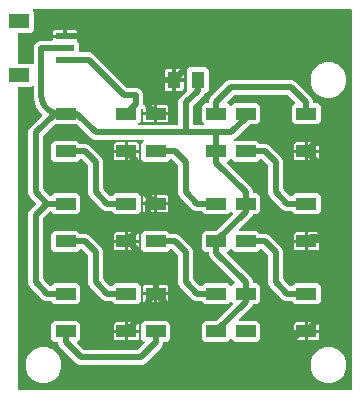
<source format=gbr>
G04 EAGLE Gerber RS-274X export*
G75*
%MOMM*%
%FSLAX34Y34*%
%LPD*%
%INTop Copper*%
%IPPOS*%
%AMOC8*
5,1,8,0,0,1.08239X$1,22.5*%
G01*
%ADD10R,1.651000X1.000000*%
%ADD11R,1.100000X1.400000*%
%ADD12R,1.550000X0.600000*%
%ADD13R,1.800000X1.200000*%
%ADD14C,0.508000*%

G36*
X292120Y10164D02*
X292120Y10164D01*
X292139Y10162D01*
X292241Y10184D01*
X292343Y10200D01*
X292360Y10210D01*
X292380Y10214D01*
X292469Y10267D01*
X292560Y10316D01*
X292574Y10330D01*
X292591Y10340D01*
X292658Y10419D01*
X292730Y10494D01*
X292738Y10512D01*
X292751Y10527D01*
X292790Y10623D01*
X292833Y10717D01*
X292835Y10737D01*
X292843Y10755D01*
X292861Y10922D01*
X292861Y332100D01*
X292858Y332120D01*
X292860Y332139D01*
X292838Y332241D01*
X292822Y332343D01*
X292812Y332360D01*
X292808Y332380D01*
X292755Y332469D01*
X292706Y332560D01*
X292692Y332574D01*
X292682Y332591D01*
X292603Y332658D01*
X292528Y332730D01*
X292510Y332738D01*
X292495Y332751D01*
X292399Y332790D01*
X292305Y332833D01*
X292285Y332835D01*
X292267Y332843D01*
X292100Y332861D01*
X23616Y332861D01*
X23545Y332850D01*
X23473Y332848D01*
X23424Y332830D01*
X23373Y332822D01*
X23310Y332788D01*
X23242Y332763D01*
X23202Y332731D01*
X23156Y332706D01*
X23106Y332655D01*
X23050Y332610D01*
X23022Y332566D01*
X22986Y332528D01*
X22956Y332463D01*
X22917Y332403D01*
X22905Y332352D01*
X22883Y332305D01*
X22875Y332234D01*
X22857Y332164D01*
X22861Y332112D01*
X22856Y332061D01*
X22871Y331990D01*
X22876Y331919D01*
X22897Y331871D01*
X22908Y331820D01*
X22945Y331759D01*
X22973Y331693D01*
X23017Y331637D01*
X23034Y331609D01*
X23052Y331594D01*
X23077Y331562D01*
X24061Y330578D01*
X24061Y315422D01*
X21828Y313189D01*
X10922Y313189D01*
X10902Y313186D01*
X10883Y313188D01*
X10781Y313166D01*
X10679Y313150D01*
X10662Y313140D01*
X10642Y313136D01*
X10553Y313083D01*
X10462Y313034D01*
X10448Y313020D01*
X10431Y313010D01*
X10364Y312931D01*
X10292Y312856D01*
X10284Y312838D01*
X10271Y312823D01*
X10232Y312727D01*
X10189Y312633D01*
X10187Y312613D01*
X10179Y312595D01*
X10161Y312428D01*
X10161Y287572D01*
X10164Y287552D01*
X10162Y287533D01*
X10184Y287431D01*
X10200Y287329D01*
X10210Y287312D01*
X10214Y287292D01*
X10267Y287203D01*
X10316Y287112D01*
X10330Y287098D01*
X10340Y287081D01*
X10419Y287014D01*
X10494Y286942D01*
X10512Y286934D01*
X10527Y286921D01*
X10623Y286882D01*
X10717Y286839D01*
X10737Y286837D01*
X10755Y286829D01*
X10922Y286811D01*
X21828Y286811D01*
X22350Y286289D01*
X22408Y286248D01*
X22460Y286198D01*
X22507Y286176D01*
X22549Y286146D01*
X22618Y286125D01*
X22683Y286095D01*
X22735Y286089D01*
X22785Y286074D01*
X22856Y286075D01*
X22927Y286068D01*
X22978Y286079D01*
X23030Y286080D01*
X23098Y286105D01*
X23168Y286120D01*
X23213Y286146D01*
X23261Y286164D01*
X23317Y286209D01*
X23379Y286246D01*
X23413Y286286D01*
X23453Y286318D01*
X23492Y286378D01*
X23539Y286433D01*
X23558Y286481D01*
X23586Y286525D01*
X23604Y286594D01*
X23631Y286661D01*
X23639Y286732D01*
X23647Y286763D01*
X23645Y286787D01*
X23649Y286828D01*
X23649Y301263D01*
X24616Y303597D01*
X26403Y305384D01*
X28737Y306351D01*
X38948Y306351D01*
X38968Y306354D01*
X38987Y306352D01*
X39089Y306374D01*
X39191Y306390D01*
X39208Y306400D01*
X39228Y306404D01*
X39317Y306457D01*
X39408Y306506D01*
X39422Y306520D01*
X39439Y306530D01*
X39506Y306609D01*
X39578Y306684D01*
X39586Y306702D01*
X39599Y306717D01*
X39638Y306813D01*
X39681Y306907D01*
X39683Y306927D01*
X39691Y306945D01*
X39709Y307112D01*
X39709Y308501D01*
X49262Y308501D01*
X49281Y308504D01*
X49301Y308502D01*
X49403Y308524D01*
X49505Y308540D01*
X49522Y308550D01*
X49542Y308554D01*
X49631Y308607D01*
X49722Y308656D01*
X49736Y308670D01*
X49753Y308680D01*
X49820Y308759D01*
X49891Y308834D01*
X49900Y308852D01*
X49913Y308867D01*
X49951Y308963D01*
X49995Y309057D01*
X49997Y309077D01*
X50004Y309095D01*
X50017Y309019D01*
X50026Y309002D01*
X50030Y308982D01*
X50083Y308893D01*
X50132Y308802D01*
X50146Y308788D01*
X50156Y308771D01*
X50235Y308704D01*
X50310Y308632D01*
X50328Y308624D01*
X50343Y308611D01*
X50440Y308572D01*
X50533Y308529D01*
X50553Y308527D01*
X50571Y308519D01*
X50738Y308501D01*
X60291Y308501D01*
X60291Y306665D01*
X60232Y306446D01*
X60225Y306378D01*
X60209Y306313D01*
X60213Y306257D01*
X60207Y306201D01*
X60222Y306135D01*
X60228Y306068D01*
X60250Y306016D01*
X60262Y305961D01*
X60298Y305904D01*
X60324Y305841D01*
X60373Y305780D01*
X60391Y305751D01*
X60407Y305738D01*
X60429Y305710D01*
X61561Y304578D01*
X61561Y297112D01*
X61564Y297092D01*
X61562Y297073D01*
X61584Y296971D01*
X61600Y296869D01*
X61610Y296852D01*
X61614Y296832D01*
X61667Y296743D01*
X61716Y296652D01*
X61730Y296638D01*
X61740Y296621D01*
X61819Y296554D01*
X61894Y296482D01*
X61912Y296474D01*
X61927Y296461D01*
X62023Y296422D01*
X62117Y296379D01*
X62137Y296377D01*
X62155Y296369D01*
X62322Y296351D01*
X71263Y296351D01*
X73597Y295384D01*
X102408Y266574D01*
X102482Y266521D01*
X102551Y266461D01*
X102581Y266449D01*
X102607Y266430D01*
X102694Y266403D01*
X102779Y266369D01*
X102820Y266365D01*
X102842Y266358D01*
X102875Y266359D01*
X102946Y266351D01*
X111263Y266351D01*
X113597Y265384D01*
X115384Y263597D01*
X116351Y261263D01*
X116351Y252680D01*
X116370Y252563D01*
X116388Y252445D01*
X116390Y252441D01*
X116390Y252437D01*
X116446Y252333D01*
X116501Y252226D01*
X116504Y252224D01*
X116506Y252220D01*
X116591Y252139D01*
X116677Y252055D01*
X116681Y252053D01*
X116684Y252051D01*
X116791Y252001D01*
X116899Y251949D01*
X116903Y251949D01*
X116907Y251947D01*
X117025Y251934D01*
X117143Y251919D01*
X117148Y251920D01*
X117151Y251920D01*
X117165Y251923D01*
X117309Y251945D01*
X118041Y252141D01*
X125107Y252141D01*
X125107Y246123D01*
X115834Y246123D01*
X115834Y247645D01*
X115823Y247716D01*
X115821Y247788D01*
X115803Y247837D01*
X115795Y247888D01*
X115761Y247951D01*
X115736Y248019D01*
X115704Y248059D01*
X115679Y248105D01*
X115628Y248155D01*
X115583Y248211D01*
X115539Y248239D01*
X115501Y248275D01*
X115436Y248305D01*
X115376Y248344D01*
X115325Y248356D01*
X115278Y248378D01*
X115207Y248386D01*
X115137Y248404D01*
X115085Y248400D01*
X115034Y248405D01*
X114963Y248390D01*
X114892Y248385D01*
X114844Y248364D01*
X114793Y248353D01*
X114732Y248316D01*
X114666Y248288D01*
X114610Y248243D01*
X114582Y248227D01*
X114567Y248209D01*
X114535Y248183D01*
X114259Y247907D01*
X114206Y247833D01*
X114146Y247764D01*
X114134Y247734D01*
X114115Y247708D01*
X114088Y247621D01*
X114054Y247536D01*
X114050Y247495D01*
X114043Y247473D01*
X114044Y247440D01*
X114036Y247369D01*
X114036Y238022D01*
X112264Y236250D01*
X112223Y236192D01*
X112173Y236140D01*
X112151Y236093D01*
X112121Y236051D01*
X112100Y235982D01*
X112070Y235917D01*
X112064Y235865D01*
X112049Y235815D01*
X112050Y235744D01*
X112043Y235673D01*
X112054Y235622D01*
X112055Y235570D01*
X112080Y235502D01*
X112095Y235432D01*
X112121Y235387D01*
X112139Y235339D01*
X112184Y235283D01*
X112221Y235221D01*
X112261Y235187D01*
X112293Y235147D01*
X112353Y235108D01*
X112408Y235061D01*
X112456Y235042D01*
X112500Y235014D01*
X112569Y234996D01*
X112636Y234969D01*
X112707Y234961D01*
X112739Y234953D01*
X112762Y234955D01*
X112803Y234951D01*
X145288Y234951D01*
X145308Y234954D01*
X145327Y234952D01*
X145429Y234974D01*
X145531Y234990D01*
X145548Y235000D01*
X145568Y235004D01*
X145657Y235057D01*
X145748Y235106D01*
X145762Y235120D01*
X145779Y235130D01*
X145846Y235209D01*
X145918Y235284D01*
X145926Y235302D01*
X145939Y235317D01*
X145978Y235413D01*
X146021Y235507D01*
X146023Y235527D01*
X146031Y235545D01*
X146049Y235712D01*
X146049Y255263D01*
X147016Y257597D01*
X148910Y259491D01*
X152951Y263533D01*
X152963Y263549D01*
X152979Y263561D01*
X153035Y263649D01*
X153095Y263732D01*
X153101Y263752D01*
X153112Y263768D01*
X153137Y263869D01*
X153167Y263968D01*
X153167Y263988D01*
X153172Y264007D01*
X153164Y264110D01*
X153161Y264213D01*
X153154Y264232D01*
X153153Y264252D01*
X153112Y264347D01*
X153089Y264410D01*
X153089Y281628D01*
X155322Y283861D01*
X169478Y283861D01*
X171711Y281628D01*
X171711Y264472D01*
X169478Y262239D01*
X169053Y262239D01*
X168939Y262220D01*
X168822Y262203D01*
X168817Y262201D01*
X168811Y262200D01*
X168708Y262145D01*
X168603Y262092D01*
X168599Y262087D01*
X168593Y262084D01*
X168513Y262000D01*
X168431Y261916D01*
X168427Y261910D01*
X168424Y261906D01*
X168416Y261889D01*
X168350Y261769D01*
X167784Y260403D01*
X158974Y251592D01*
X158921Y251518D01*
X158861Y251449D01*
X158849Y251419D01*
X158830Y251393D01*
X158803Y251306D01*
X158769Y251221D01*
X158765Y251180D01*
X158758Y251158D01*
X158759Y251125D01*
X158751Y251054D01*
X158751Y235712D01*
X158754Y235692D01*
X158752Y235673D01*
X158774Y235571D01*
X158790Y235469D01*
X158800Y235452D01*
X158804Y235432D01*
X158857Y235343D01*
X158906Y235252D01*
X158920Y235238D01*
X158930Y235221D01*
X159009Y235154D01*
X159084Y235082D01*
X159102Y235074D01*
X159117Y235061D01*
X159213Y235022D01*
X159307Y234979D01*
X159327Y234977D01*
X159345Y234969D01*
X159512Y234951D01*
X167337Y234951D01*
X167408Y234962D01*
X167480Y234964D01*
X167529Y234982D01*
X167580Y234990D01*
X167643Y235024D01*
X167711Y235049D01*
X167751Y235081D01*
X167797Y235106D01*
X167847Y235158D01*
X167903Y235202D01*
X167931Y235246D01*
X167967Y235284D01*
X167997Y235349D01*
X168036Y235409D01*
X168048Y235460D01*
X168070Y235507D01*
X168078Y235578D01*
X168096Y235648D01*
X168092Y235700D01*
X168097Y235751D01*
X168082Y235822D01*
X168077Y235893D01*
X168056Y235941D01*
X168045Y235992D01*
X168008Y236053D01*
X167980Y236119D01*
X167936Y236175D01*
X167919Y236203D01*
X167901Y236218D01*
X167876Y236250D01*
X166104Y238022D01*
X166104Y251178D01*
X168337Y253411D01*
X171058Y253411D01*
X171078Y253414D01*
X171097Y253412D01*
X171199Y253434D01*
X171301Y253450D01*
X171318Y253460D01*
X171338Y253464D01*
X171427Y253517D01*
X171518Y253566D01*
X171532Y253580D01*
X171549Y253590D01*
X171616Y253669D01*
X171688Y253744D01*
X171696Y253762D01*
X171709Y253777D01*
X171748Y253873D01*
X171791Y253967D01*
X171793Y253987D01*
X171801Y254005D01*
X171819Y254172D01*
X171819Y255633D01*
X172786Y257967D01*
X185009Y270190D01*
X186903Y272084D01*
X189237Y273051D01*
X242563Y273051D01*
X244897Y272084D01*
X259384Y257597D01*
X260351Y255263D01*
X260351Y254172D01*
X260354Y254152D01*
X260352Y254133D01*
X260374Y254031D01*
X260390Y253929D01*
X260400Y253912D01*
X260404Y253892D01*
X260457Y253803D01*
X260506Y253712D01*
X260520Y253698D01*
X260530Y253681D01*
X260609Y253614D01*
X260684Y253542D01*
X260702Y253534D01*
X260717Y253521D01*
X260813Y253482D01*
X260907Y253439D01*
X260927Y253437D01*
X260945Y253429D01*
X261112Y253411D01*
X264203Y253411D01*
X266436Y251178D01*
X266436Y238022D01*
X264203Y235789D01*
X244537Y235789D01*
X242304Y238022D01*
X242304Y251178D01*
X244534Y253408D01*
X244546Y253424D01*
X244561Y253437D01*
X244617Y253524D01*
X244678Y253608D01*
X244683Y253627D01*
X244694Y253644D01*
X244719Y253744D01*
X244750Y253843D01*
X244749Y253863D01*
X244754Y253882D01*
X244746Y253985D01*
X244744Y254089D01*
X244737Y254108D01*
X244735Y254127D01*
X244695Y254222D01*
X244659Y254320D01*
X244647Y254336D01*
X244639Y254354D01*
X244534Y254485D01*
X238892Y260126D01*
X238818Y260179D01*
X238749Y260239D01*
X238719Y260251D01*
X238693Y260270D01*
X238606Y260297D01*
X238521Y260331D01*
X238480Y260335D01*
X238458Y260342D01*
X238425Y260341D01*
X238354Y260349D01*
X193446Y260349D01*
X193356Y260335D01*
X193265Y260327D01*
X193235Y260315D01*
X193203Y260310D01*
X193122Y260267D01*
X193039Y260231D01*
X193006Y260205D01*
X192986Y260194D01*
X192964Y260171D01*
X192908Y260126D01*
X187492Y254710D01*
X187450Y254652D01*
X187400Y254600D01*
X187378Y254553D01*
X187348Y254511D01*
X187327Y254442D01*
X187297Y254377D01*
X187291Y254325D01*
X187276Y254275D01*
X187278Y254204D01*
X187270Y254133D01*
X187281Y254082D01*
X187282Y254030D01*
X187307Y253962D01*
X187322Y253892D01*
X187349Y253847D01*
X187366Y253799D01*
X187411Y253743D01*
X187448Y253681D01*
X187488Y253647D01*
X187520Y253607D01*
X187580Y253568D01*
X187635Y253521D01*
X187683Y253502D01*
X187727Y253474D01*
X187797Y253456D01*
X187863Y253429D01*
X187934Y253421D01*
X187966Y253413D01*
X187989Y253415D01*
X188000Y253414D01*
X189962Y251452D01*
X189978Y251441D01*
X189990Y251425D01*
X190078Y251369D01*
X190161Y251309D01*
X190180Y251303D01*
X190197Y251292D01*
X190298Y251267D01*
X190397Y251237D01*
X190416Y251237D01*
X190436Y251232D01*
X190539Y251240D01*
X190642Y251243D01*
X190661Y251250D01*
X190681Y251251D01*
X190776Y251292D01*
X190873Y251327D01*
X190889Y251340D01*
X190907Y251348D01*
X191038Y251452D01*
X192997Y253411D01*
X212663Y253411D01*
X214896Y251178D01*
X214896Y238022D01*
X212663Y235789D01*
X206986Y235789D01*
X206896Y235775D01*
X206805Y235767D01*
X206775Y235755D01*
X206743Y235750D01*
X206662Y235707D01*
X206579Y235671D01*
X206546Y235645D01*
X206526Y235634D01*
X206504Y235611D01*
X206448Y235566D01*
X194097Y223216D01*
X193275Y222875D01*
X193192Y222824D01*
X193106Y222778D01*
X193088Y222759D01*
X193066Y222746D01*
X193003Y222671D01*
X192936Y222600D01*
X192925Y222576D01*
X192909Y222556D01*
X192874Y222465D01*
X192833Y222377D01*
X192830Y222351D01*
X192821Y222327D01*
X192816Y222229D01*
X192806Y222133D01*
X192811Y222107D01*
X192810Y222081D01*
X192837Y221987D01*
X192858Y221892D01*
X192871Y221870D01*
X192879Y221845D01*
X192934Y221765D01*
X192984Y221681D01*
X193004Y221664D01*
X193019Y221643D01*
X193097Y221584D01*
X193171Y221521D01*
X193195Y221511D01*
X193216Y221496D01*
X193309Y221466D01*
X193399Y221429D01*
X193432Y221426D01*
X193450Y221420D01*
X193483Y221420D01*
X193566Y221411D01*
X212663Y221411D01*
X214901Y219174D01*
X214974Y219121D01*
X215044Y219061D01*
X215074Y219049D01*
X215100Y219030D01*
X215187Y219003D01*
X215272Y218969D01*
X215313Y218965D01*
X215335Y218958D01*
X215368Y218959D01*
X215439Y218951D01*
X220463Y218951D01*
X222797Y217984D01*
X233984Y206797D01*
X234951Y204463D01*
X234951Y180746D01*
X234965Y180656D01*
X234973Y180565D01*
X234985Y180535D01*
X234990Y180503D01*
X235033Y180422D01*
X235069Y180339D01*
X235095Y180306D01*
X235106Y180286D01*
X235129Y180264D01*
X235174Y180208D01*
X240408Y174974D01*
X240482Y174921D01*
X240551Y174861D01*
X240581Y174849D01*
X240607Y174830D01*
X240694Y174803D01*
X240779Y174769D01*
X240820Y174765D01*
X240842Y174758D01*
X240875Y174759D01*
X240946Y174751D01*
X241761Y174751D01*
X241851Y174765D01*
X241942Y174773D01*
X241972Y174785D01*
X242004Y174790D01*
X242085Y174833D01*
X242169Y174869D01*
X242201Y174895D01*
X242221Y174906D01*
X242243Y174929D01*
X242300Y174974D01*
X244537Y177211D01*
X264203Y177211D01*
X266436Y174978D01*
X266436Y161822D01*
X264203Y159589D01*
X244537Y159589D01*
X242300Y161826D01*
X242226Y161879D01*
X242156Y161939D01*
X242126Y161951D01*
X242100Y161970D01*
X242013Y161997D01*
X241928Y162031D01*
X241887Y162035D01*
X241865Y162042D01*
X241833Y162041D01*
X241761Y162049D01*
X236737Y162049D01*
X234403Y163016D01*
X223216Y174203D01*
X222249Y176537D01*
X222249Y200254D01*
X222235Y200344D01*
X222227Y200435D01*
X222215Y200465D01*
X222210Y200497D01*
X222167Y200578D01*
X222131Y200661D01*
X222105Y200694D01*
X222094Y200714D01*
X222071Y200736D01*
X222026Y200792D01*
X216792Y206026D01*
X216718Y206079D01*
X216649Y206139D01*
X216619Y206151D01*
X216593Y206170D01*
X216506Y206197D01*
X216421Y206231D01*
X216380Y206235D01*
X216358Y206242D01*
X216325Y206241D01*
X216254Y206249D01*
X215439Y206249D01*
X215349Y206235D01*
X215258Y206227D01*
X215228Y206215D01*
X215196Y206210D01*
X215115Y206167D01*
X215031Y206131D01*
X214999Y206105D01*
X214979Y206094D01*
X214956Y206071D01*
X214901Y206026D01*
X212663Y203789D01*
X192997Y203789D01*
X191038Y205748D01*
X191022Y205759D01*
X191010Y205775D01*
X190922Y205831D01*
X190839Y205891D01*
X190820Y205897D01*
X190803Y205908D01*
X190702Y205933D01*
X190603Y205963D01*
X190584Y205963D01*
X190564Y205968D01*
X190461Y205960D01*
X190358Y205957D01*
X190339Y205950D01*
X190319Y205949D01*
X190224Y205908D01*
X190127Y205873D01*
X190111Y205860D01*
X190093Y205852D01*
X189962Y205748D01*
X187998Y203784D01*
X187959Y203778D01*
X187887Y203776D01*
X187838Y203758D01*
X187787Y203750D01*
X187724Y203716D01*
X187656Y203691D01*
X187616Y203659D01*
X187570Y203634D01*
X187520Y203582D01*
X187464Y203538D01*
X187436Y203494D01*
X187400Y203456D01*
X187370Y203391D01*
X187331Y203331D01*
X187319Y203280D01*
X187297Y203233D01*
X187289Y203162D01*
X187271Y203092D01*
X187275Y203040D01*
X187270Y202989D01*
X187285Y202918D01*
X187290Y202847D01*
X187311Y202799D01*
X187322Y202748D01*
X187359Y202687D01*
X187387Y202621D01*
X187431Y202565D01*
X187448Y202537D01*
X187466Y202522D01*
X187492Y202490D01*
X208584Y181397D01*
X209551Y179063D01*
X209551Y177972D01*
X209554Y177952D01*
X209552Y177933D01*
X209574Y177831D01*
X209590Y177729D01*
X209600Y177712D01*
X209604Y177692D01*
X209657Y177603D01*
X209706Y177512D01*
X209720Y177498D01*
X209730Y177481D01*
X209809Y177414D01*
X209884Y177342D01*
X209902Y177334D01*
X209917Y177321D01*
X210013Y177282D01*
X210107Y177239D01*
X210127Y177237D01*
X210145Y177229D01*
X210312Y177211D01*
X212663Y177211D01*
X214896Y174978D01*
X214896Y161822D01*
X212663Y159589D01*
X209603Y159589D01*
X209489Y159570D01*
X209372Y159553D01*
X209367Y159551D01*
X209361Y159550D01*
X209258Y159495D01*
X209153Y159442D01*
X209149Y159437D01*
X209143Y159434D01*
X209063Y159350D01*
X208981Y159266D01*
X208977Y159260D01*
X208974Y159256D01*
X208966Y159239D01*
X208900Y159119D01*
X208214Y157463D01*
X197262Y146510D01*
X197220Y146452D01*
X197170Y146400D01*
X197148Y146353D01*
X197118Y146311D01*
X197097Y146242D01*
X197067Y146177D01*
X197061Y146125D01*
X197046Y146075D01*
X197048Y146004D01*
X197040Y145933D01*
X197051Y145882D01*
X197052Y145830D01*
X197077Y145762D01*
X197092Y145692D01*
X197119Y145647D01*
X197136Y145599D01*
X197181Y145543D01*
X197218Y145481D01*
X197258Y145447D01*
X197290Y145407D01*
X197350Y145368D01*
X197405Y145321D01*
X197453Y145302D01*
X197497Y145274D01*
X197567Y145256D01*
X197633Y145229D01*
X197704Y145221D01*
X197736Y145213D01*
X197759Y145215D01*
X197800Y145211D01*
X212663Y145211D01*
X214901Y142974D01*
X214974Y142921D01*
X215044Y142861D01*
X215074Y142849D01*
X215100Y142830D01*
X215187Y142803D01*
X215272Y142769D01*
X215313Y142765D01*
X215335Y142758D01*
X215368Y142759D01*
X215439Y142751D01*
X220463Y142751D01*
X222797Y141784D01*
X233984Y130597D01*
X234951Y128263D01*
X234951Y104546D01*
X234953Y104530D01*
X234952Y104516D01*
X234966Y104452D01*
X234973Y104365D01*
X234985Y104335D01*
X234990Y104303D01*
X235003Y104279D01*
X235004Y104276D01*
X235012Y104263D01*
X235033Y104222D01*
X235069Y104139D01*
X235095Y104106D01*
X235106Y104086D01*
X235129Y104064D01*
X235174Y104008D01*
X240408Y98774D01*
X240482Y98721D01*
X240551Y98661D01*
X240581Y98649D01*
X240607Y98630D01*
X240694Y98603D01*
X240779Y98569D01*
X240820Y98565D01*
X240842Y98558D01*
X240875Y98559D01*
X240946Y98551D01*
X241761Y98551D01*
X241851Y98565D01*
X241942Y98573D01*
X241972Y98585D01*
X242004Y98590D01*
X242085Y98633D01*
X242169Y98669D01*
X242201Y98695D01*
X242221Y98706D01*
X242244Y98729D01*
X242299Y98774D01*
X244537Y101011D01*
X264203Y101011D01*
X266436Y98778D01*
X266436Y85622D01*
X264203Y83389D01*
X244537Y83389D01*
X242299Y85626D01*
X242226Y85679D01*
X242156Y85739D01*
X242126Y85751D01*
X242100Y85770D01*
X242013Y85797D01*
X241928Y85831D01*
X241887Y85835D01*
X241865Y85842D01*
X241832Y85841D01*
X241761Y85849D01*
X236737Y85849D01*
X234403Y86816D01*
X223216Y98003D01*
X222249Y100337D01*
X222249Y124054D01*
X222235Y124144D01*
X222227Y124235D01*
X222215Y124265D01*
X222210Y124297D01*
X222167Y124378D01*
X222131Y124461D01*
X222105Y124494D01*
X222094Y124514D01*
X222071Y124536D01*
X222026Y124592D01*
X216792Y129826D01*
X216718Y129879D01*
X216649Y129939D01*
X216619Y129951D01*
X216593Y129970D01*
X216506Y129997D01*
X216421Y130031D01*
X216380Y130035D01*
X216358Y130042D01*
X216325Y130041D01*
X216254Y130049D01*
X215439Y130049D01*
X215349Y130035D01*
X215258Y130027D01*
X215228Y130015D01*
X215196Y130010D01*
X215115Y129967D01*
X215031Y129931D01*
X214999Y129905D01*
X214979Y129894D01*
X214956Y129871D01*
X214901Y129826D01*
X212663Y127589D01*
X192997Y127589D01*
X191038Y129548D01*
X191022Y129559D01*
X191010Y129575D01*
X190922Y129631D01*
X190839Y129691D01*
X190820Y129697D01*
X190803Y129708D01*
X190702Y129733D01*
X190603Y129763D01*
X190584Y129763D01*
X190564Y129768D01*
X190461Y129760D01*
X190358Y129757D01*
X190339Y129750D01*
X190319Y129749D01*
X190224Y129708D01*
X190127Y129673D01*
X190111Y129660D01*
X190093Y129652D01*
X189962Y129548D01*
X187998Y127584D01*
X187959Y127578D01*
X187887Y127576D01*
X187838Y127558D01*
X187787Y127550D01*
X187724Y127516D01*
X187656Y127491D01*
X187616Y127459D01*
X187570Y127434D01*
X187520Y127382D01*
X187464Y127338D01*
X187436Y127294D01*
X187400Y127256D01*
X187370Y127191D01*
X187331Y127131D01*
X187319Y127080D01*
X187297Y127033D01*
X187289Y126962D01*
X187271Y126892D01*
X187275Y126840D01*
X187270Y126789D01*
X187285Y126718D01*
X187290Y126647D01*
X187311Y126599D01*
X187322Y126548D01*
X187359Y126487D01*
X187387Y126421D01*
X187431Y126365D01*
X187448Y126337D01*
X187466Y126322D01*
X187492Y126290D01*
X206690Y107091D01*
X208584Y105197D01*
X209551Y102863D01*
X209551Y101772D01*
X209554Y101752D01*
X209552Y101733D01*
X209574Y101631D01*
X209590Y101529D01*
X209600Y101512D01*
X209604Y101492D01*
X209657Y101403D01*
X209706Y101312D01*
X209720Y101298D01*
X209730Y101281D01*
X209809Y101214D01*
X209884Y101142D01*
X209902Y101134D01*
X209917Y101121D01*
X210013Y101082D01*
X210107Y101039D01*
X210127Y101037D01*
X210145Y101029D01*
X210312Y101011D01*
X212663Y101011D01*
X214896Y98778D01*
X214896Y85622D01*
X212663Y83389D01*
X209603Y83389D01*
X209489Y83370D01*
X209372Y83353D01*
X209367Y83351D01*
X209361Y83350D01*
X209258Y83295D01*
X209153Y83242D01*
X209149Y83237D01*
X209143Y83234D01*
X209063Y83150D01*
X208981Y83066D01*
X208977Y83060D01*
X208974Y83056D01*
X208966Y83039D01*
X208900Y82919D01*
X208214Y81263D01*
X197262Y70310D01*
X197220Y70252D01*
X197170Y70200D01*
X197148Y70153D01*
X197118Y70111D01*
X197097Y70042D01*
X197067Y69977D01*
X197061Y69925D01*
X197046Y69875D01*
X197048Y69804D01*
X197040Y69733D01*
X197051Y69682D01*
X197052Y69630D01*
X197077Y69562D01*
X197092Y69492D01*
X197119Y69447D01*
X197136Y69399D01*
X197181Y69343D01*
X197218Y69281D01*
X197258Y69247D01*
X197290Y69207D01*
X197350Y69168D01*
X197405Y69121D01*
X197453Y69102D01*
X197497Y69074D01*
X197567Y69056D01*
X197633Y69029D01*
X197704Y69021D01*
X197736Y69013D01*
X197759Y69015D01*
X197800Y69011D01*
X212663Y69011D01*
X214896Y66778D01*
X214896Y53622D01*
X212663Y51389D01*
X192997Y51389D01*
X191038Y53348D01*
X191022Y53359D01*
X191010Y53375D01*
X190937Y53422D01*
X190913Y53442D01*
X190900Y53447D01*
X190839Y53491D01*
X190820Y53497D01*
X190803Y53508D01*
X190702Y53533D01*
X190603Y53563D01*
X190584Y53563D01*
X190564Y53568D01*
X190461Y53560D01*
X190358Y53557D01*
X190339Y53550D01*
X190319Y53549D01*
X190224Y53508D01*
X190127Y53473D01*
X190111Y53460D01*
X190093Y53452D01*
X190028Y53401D01*
X190021Y53397D01*
X190014Y53389D01*
X189962Y53348D01*
X188003Y51389D01*
X168337Y51389D01*
X166104Y53622D01*
X166104Y66778D01*
X168337Y69011D01*
X177684Y69011D01*
X177774Y69025D01*
X177865Y69033D01*
X177895Y69045D01*
X177927Y69050D01*
X178008Y69093D01*
X178091Y69129D01*
X178124Y69155D01*
X178144Y69166D01*
X178166Y69189D01*
X178222Y69234D01*
X192149Y83160D01*
X192161Y83176D01*
X192176Y83189D01*
X192232Y83276D01*
X192293Y83360D01*
X192298Y83379D01*
X192309Y83396D01*
X192334Y83496D01*
X192365Y83595D01*
X192364Y83615D01*
X192369Y83634D01*
X192361Y83737D01*
X192359Y83841D01*
X192352Y83860D01*
X192350Y83880D01*
X192310Y83974D01*
X192274Y84072D01*
X192262Y84088D01*
X192254Y84106D01*
X192149Y84237D01*
X191038Y85348D01*
X191022Y85359D01*
X191010Y85375D01*
X190923Y85431D01*
X190839Y85491D01*
X190819Y85497D01*
X190803Y85508D01*
X190702Y85533D01*
X190603Y85563D01*
X190584Y85563D01*
X190564Y85568D01*
X190461Y85560D01*
X190358Y85557D01*
X190339Y85550D01*
X190319Y85549D01*
X190224Y85508D01*
X190127Y85473D01*
X190111Y85460D01*
X190093Y85452D01*
X189962Y85348D01*
X188003Y83389D01*
X168337Y83389D01*
X166099Y85626D01*
X166026Y85679D01*
X165956Y85739D01*
X165926Y85751D01*
X165900Y85770D01*
X165813Y85797D01*
X165728Y85831D01*
X165687Y85835D01*
X165665Y85842D01*
X165632Y85841D01*
X165561Y85849D01*
X160537Y85849D01*
X158203Y86816D01*
X148910Y96109D01*
X147016Y98003D01*
X146049Y100337D01*
X146049Y124054D01*
X146035Y124144D01*
X146027Y124235D01*
X146015Y124265D01*
X146010Y124297D01*
X145967Y124378D01*
X145931Y124461D01*
X145905Y124494D01*
X145894Y124514D01*
X145871Y124536D01*
X145826Y124592D01*
X140592Y129826D01*
X140518Y129879D01*
X140449Y129939D01*
X140419Y129951D01*
X140393Y129970D01*
X140306Y129997D01*
X140221Y130031D01*
X140180Y130035D01*
X140158Y130042D01*
X140125Y130041D01*
X140054Y130049D01*
X139239Y130049D01*
X139149Y130035D01*
X139058Y130027D01*
X139028Y130015D01*
X138996Y130010D01*
X138915Y129967D01*
X138831Y129931D01*
X138799Y129905D01*
X138779Y129894D01*
X138756Y129871D01*
X138701Y129826D01*
X136463Y127589D01*
X116797Y127589D01*
X114564Y129822D01*
X114564Y142978D01*
X116797Y145211D01*
X136463Y145211D01*
X138701Y142974D01*
X138774Y142921D01*
X138844Y142861D01*
X138874Y142849D01*
X138900Y142830D01*
X138987Y142803D01*
X139072Y142769D01*
X139113Y142765D01*
X139135Y142758D01*
X139168Y142759D01*
X139239Y142751D01*
X144263Y142751D01*
X146597Y141784D01*
X157784Y130597D01*
X158751Y128263D01*
X158751Y104546D01*
X158753Y104530D01*
X158752Y104516D01*
X158766Y104452D01*
X158773Y104365D01*
X158785Y104335D01*
X158790Y104303D01*
X158803Y104279D01*
X158804Y104276D01*
X158812Y104263D01*
X158833Y104222D01*
X158869Y104139D01*
X158895Y104106D01*
X158906Y104086D01*
X158929Y104064D01*
X158974Y104008D01*
X164208Y98774D01*
X164282Y98721D01*
X164351Y98661D01*
X164381Y98649D01*
X164407Y98630D01*
X164494Y98603D01*
X164579Y98569D01*
X164620Y98565D01*
X164642Y98558D01*
X164675Y98559D01*
X164746Y98551D01*
X165561Y98551D01*
X165651Y98565D01*
X165742Y98573D01*
X165772Y98585D01*
X165804Y98590D01*
X165885Y98633D01*
X165969Y98669D01*
X166001Y98695D01*
X166021Y98706D01*
X166044Y98729D01*
X166099Y98774D01*
X168337Y101011D01*
X188003Y101011D01*
X189962Y99052D01*
X189978Y99041D01*
X189990Y99025D01*
X190078Y98969D01*
X190161Y98909D01*
X190180Y98903D01*
X190197Y98892D01*
X190298Y98867D01*
X190397Y98837D01*
X190416Y98837D01*
X190436Y98832D01*
X190539Y98840D01*
X190642Y98843D01*
X190661Y98850D01*
X190681Y98851D01*
X190776Y98892D01*
X190873Y98927D01*
X190889Y98940D01*
X190907Y98948D01*
X191038Y99052D01*
X193002Y101016D01*
X193041Y101022D01*
X193113Y101024D01*
X193162Y101042D01*
X193213Y101050D01*
X193276Y101084D01*
X193344Y101109D01*
X193384Y101141D01*
X193430Y101166D01*
X193480Y101218D01*
X193536Y101262D01*
X193564Y101306D01*
X193600Y101344D01*
X193630Y101409D01*
X193669Y101469D01*
X193681Y101520D01*
X193703Y101567D01*
X193711Y101638D01*
X193729Y101708D01*
X193725Y101760D01*
X193730Y101811D01*
X193715Y101882D01*
X193710Y101953D01*
X193689Y102001D01*
X193678Y102052D01*
X193641Y102113D01*
X193613Y102179D01*
X193569Y102235D01*
X193552Y102263D01*
X193534Y102278D01*
X193508Y102310D01*
X172786Y123033D01*
X171819Y125367D01*
X171819Y126828D01*
X171816Y126848D01*
X171818Y126867D01*
X171796Y126969D01*
X171780Y127071D01*
X171770Y127088D01*
X171766Y127108D01*
X171713Y127197D01*
X171664Y127288D01*
X171650Y127302D01*
X171640Y127319D01*
X171561Y127386D01*
X171486Y127458D01*
X171468Y127466D01*
X171453Y127479D01*
X171357Y127518D01*
X171263Y127561D01*
X171243Y127563D01*
X171225Y127571D01*
X171058Y127589D01*
X168337Y127589D01*
X166104Y129822D01*
X166104Y142978D01*
X168337Y145211D01*
X177684Y145211D01*
X177774Y145225D01*
X177865Y145233D01*
X177895Y145245D01*
X177927Y145250D01*
X178008Y145293D01*
X178091Y145329D01*
X178124Y145355D01*
X178144Y145366D01*
X178166Y145389D01*
X178222Y145434D01*
X192149Y159360D01*
X192161Y159376D01*
X192176Y159389D01*
X192232Y159476D01*
X192293Y159560D01*
X192298Y159579D01*
X192309Y159596D01*
X192334Y159696D01*
X192365Y159795D01*
X192364Y159815D01*
X192369Y159834D01*
X192361Y159937D01*
X192359Y160041D01*
X192352Y160060D01*
X192350Y160080D01*
X192310Y160174D01*
X192274Y160272D01*
X192262Y160288D01*
X192254Y160306D01*
X192149Y160437D01*
X191038Y161548D01*
X191022Y161559D01*
X191010Y161575D01*
X190923Y161631D01*
X190839Y161691D01*
X190819Y161697D01*
X190803Y161708D01*
X190702Y161733D01*
X190603Y161763D01*
X190584Y161763D01*
X190564Y161768D01*
X190461Y161760D01*
X190358Y161757D01*
X190339Y161750D01*
X190319Y161749D01*
X190224Y161708D01*
X190127Y161673D01*
X190111Y161660D01*
X190093Y161652D01*
X189962Y161548D01*
X188003Y159589D01*
X168337Y159589D01*
X166099Y161826D01*
X166026Y161879D01*
X165956Y161939D01*
X165926Y161951D01*
X165900Y161970D01*
X165813Y161997D01*
X165728Y162031D01*
X165687Y162035D01*
X165665Y162042D01*
X165632Y162041D01*
X165561Y162049D01*
X160537Y162049D01*
X158203Y163016D01*
X148910Y172309D01*
X147016Y174203D01*
X146049Y176537D01*
X146049Y200254D01*
X146035Y200344D01*
X146027Y200435D01*
X146015Y200465D01*
X146010Y200497D01*
X145967Y200578D01*
X145931Y200661D01*
X145905Y200694D01*
X145894Y200714D01*
X145871Y200736D01*
X145826Y200792D01*
X140592Y206026D01*
X140518Y206079D01*
X140449Y206139D01*
X140419Y206151D01*
X140393Y206170D01*
X140306Y206197D01*
X140221Y206231D01*
X140180Y206235D01*
X140158Y206242D01*
X140125Y206241D01*
X140054Y206249D01*
X139239Y206249D01*
X139149Y206235D01*
X139058Y206227D01*
X139028Y206215D01*
X138996Y206210D01*
X138915Y206167D01*
X138831Y206131D01*
X138799Y206105D01*
X138779Y206094D01*
X138756Y206071D01*
X138701Y206026D01*
X136463Y203789D01*
X116797Y203789D01*
X114564Y206022D01*
X114564Y219178D01*
X116336Y220950D01*
X116377Y221008D01*
X116427Y221060D01*
X116449Y221107D01*
X116479Y221149D01*
X116500Y221218D01*
X116530Y221283D01*
X116536Y221335D01*
X116551Y221385D01*
X116550Y221456D01*
X116557Y221527D01*
X116546Y221578D01*
X116545Y221630D01*
X116520Y221698D01*
X116505Y221768D01*
X116479Y221813D01*
X116461Y221861D01*
X116416Y221917D01*
X116379Y221979D01*
X116339Y222013D01*
X116307Y222053D01*
X116247Y222092D01*
X116192Y222139D01*
X116144Y222158D01*
X116100Y222186D01*
X116031Y222204D01*
X115964Y222231D01*
X115893Y222239D01*
X115861Y222247D01*
X115838Y222245D01*
X115797Y222249D01*
X74937Y222249D01*
X72603Y223216D01*
X60252Y235566D01*
X60178Y235619D01*
X60109Y235679D01*
X60079Y235691D01*
X60053Y235710D01*
X59966Y235737D01*
X59881Y235771D01*
X59840Y235775D01*
X59818Y235782D01*
X59785Y235781D01*
X59714Y235789D01*
X41886Y235789D01*
X41796Y235775D01*
X41705Y235767D01*
X41675Y235755D01*
X41643Y235750D01*
X41562Y235707D01*
X41479Y235671D01*
X41446Y235645D01*
X41426Y235634D01*
X41404Y235611D01*
X41348Y235566D01*
X31974Y226192D01*
X31921Y226118D01*
X31861Y226049D01*
X31849Y226019D01*
X31830Y225993D01*
X31803Y225906D01*
X31769Y225821D01*
X31765Y225780D01*
X31758Y225758D01*
X31759Y225725D01*
X31751Y225654D01*
X31751Y180746D01*
X31765Y180656D01*
X31773Y180565D01*
X31785Y180535D01*
X31790Y180503D01*
X31833Y180422D01*
X31869Y180339D01*
X31895Y180306D01*
X31906Y180286D01*
X31929Y180264D01*
X31974Y180208D01*
X37208Y174974D01*
X37282Y174921D01*
X37351Y174861D01*
X37381Y174849D01*
X37407Y174830D01*
X37494Y174803D01*
X37579Y174769D01*
X37620Y174765D01*
X37642Y174758D01*
X37675Y174759D01*
X37746Y174751D01*
X37821Y174751D01*
X37911Y174765D01*
X38002Y174773D01*
X38032Y174785D01*
X38064Y174790D01*
X38145Y174833D01*
X38229Y174869D01*
X38261Y174895D01*
X38281Y174906D01*
X38304Y174929D01*
X38359Y174974D01*
X40597Y177211D01*
X60263Y177211D01*
X62496Y174978D01*
X62496Y161822D01*
X60263Y159589D01*
X40597Y159589D01*
X38359Y161826D01*
X38286Y161879D01*
X38216Y161939D01*
X38186Y161951D01*
X38160Y161970D01*
X38073Y161997D01*
X37988Y162031D01*
X37947Y162035D01*
X37925Y162042D01*
X37892Y162041D01*
X37821Y162049D01*
X37746Y162049D01*
X37656Y162035D01*
X37565Y162027D01*
X37535Y162015D01*
X37503Y162010D01*
X37422Y161967D01*
X37339Y161931D01*
X37306Y161905D01*
X37286Y161894D01*
X37264Y161871D01*
X37208Y161826D01*
X31974Y156592D01*
X31921Y156518D01*
X31861Y156449D01*
X31849Y156419D01*
X31830Y156393D01*
X31803Y156306D01*
X31769Y156221D01*
X31765Y156180D01*
X31758Y156158D01*
X31759Y156125D01*
X31751Y156054D01*
X31751Y104546D01*
X31753Y104530D01*
X31752Y104516D01*
X31766Y104452D01*
X31773Y104365D01*
X31785Y104335D01*
X31790Y104303D01*
X31803Y104279D01*
X31804Y104276D01*
X31812Y104263D01*
X31833Y104222D01*
X31869Y104139D01*
X31895Y104106D01*
X31906Y104086D01*
X31929Y104064D01*
X31974Y104008D01*
X37208Y98774D01*
X37282Y98721D01*
X37351Y98661D01*
X37381Y98649D01*
X37407Y98630D01*
X37494Y98603D01*
X37579Y98569D01*
X37620Y98565D01*
X37642Y98558D01*
X37675Y98559D01*
X37746Y98551D01*
X37821Y98551D01*
X37911Y98565D01*
X38002Y98573D01*
X38032Y98585D01*
X38064Y98590D01*
X38145Y98633D01*
X38229Y98669D01*
X38261Y98695D01*
X38281Y98706D01*
X38304Y98729D01*
X38359Y98774D01*
X40597Y101011D01*
X60263Y101011D01*
X62496Y98778D01*
X62496Y85622D01*
X60263Y83389D01*
X40597Y83389D01*
X38359Y85626D01*
X38286Y85679D01*
X38216Y85739D01*
X38186Y85751D01*
X38160Y85770D01*
X38073Y85797D01*
X37988Y85831D01*
X37947Y85835D01*
X37925Y85842D01*
X37892Y85841D01*
X37821Y85849D01*
X33537Y85849D01*
X31203Y86816D01*
X20016Y98003D01*
X19049Y100337D01*
X19049Y160263D01*
X20016Y162597D01*
X25280Y167862D01*
X25292Y167878D01*
X25308Y167890D01*
X25364Y167978D01*
X25424Y168061D01*
X25430Y168080D01*
X25441Y168097D01*
X25466Y168198D01*
X25496Y168297D01*
X25496Y168316D01*
X25501Y168336D01*
X25493Y168439D01*
X25490Y168542D01*
X25483Y168561D01*
X25482Y168581D01*
X25441Y168676D01*
X25406Y168773D01*
X25393Y168789D01*
X25385Y168807D01*
X25280Y168938D01*
X21910Y172309D01*
X20016Y174203D01*
X19049Y176537D01*
X19049Y229863D01*
X20016Y232197D01*
X21910Y234091D01*
X30599Y242780D01*
X30645Y242845D01*
X30699Y242904D01*
X30717Y242944D01*
X30742Y242980D01*
X30766Y243056D01*
X30798Y243129D01*
X30802Y243173D01*
X30815Y243215D01*
X30813Y243294D01*
X30820Y243374D01*
X30810Y243417D01*
X30808Y243461D01*
X30781Y243536D01*
X30763Y243613D01*
X30739Y243650D01*
X30724Y243692D01*
X30674Y243754D01*
X30632Y243821D01*
X30589Y243861D01*
X30570Y243884D01*
X30547Y243899D01*
X30508Y243934D01*
X29828Y244428D01*
X25778Y250002D01*
X23649Y256555D01*
X23649Y267172D01*
X23638Y267243D01*
X23636Y267315D01*
X23618Y267364D01*
X23610Y267415D01*
X23576Y267478D01*
X23551Y267546D01*
X23519Y267586D01*
X23494Y267632D01*
X23442Y267682D01*
X23398Y267738D01*
X23354Y267766D01*
X23316Y267802D01*
X23251Y267832D01*
X23191Y267871D01*
X23140Y267883D01*
X23093Y267905D01*
X23022Y267913D01*
X22952Y267931D01*
X22900Y267927D01*
X22849Y267932D01*
X22778Y267917D01*
X22707Y267912D01*
X22659Y267891D01*
X22608Y267880D01*
X22547Y267843D01*
X22481Y267815D01*
X22425Y267771D01*
X22397Y267754D01*
X22382Y267736D01*
X22350Y267711D01*
X21828Y267189D01*
X10922Y267189D01*
X10902Y267186D01*
X10883Y267188D01*
X10781Y267166D01*
X10679Y267150D01*
X10662Y267140D01*
X10642Y267136D01*
X10553Y267083D01*
X10462Y267034D01*
X10448Y267020D01*
X10431Y267010D01*
X10364Y266931D01*
X10292Y266856D01*
X10284Y266838D01*
X10271Y266823D01*
X10232Y266727D01*
X10189Y266633D01*
X10187Y266613D01*
X10179Y266595D01*
X10161Y266428D01*
X10161Y10922D01*
X10164Y10902D01*
X10162Y10883D01*
X10184Y10781D01*
X10200Y10679D01*
X10210Y10662D01*
X10214Y10642D01*
X10267Y10553D01*
X10316Y10462D01*
X10330Y10448D01*
X10340Y10431D01*
X10419Y10364D01*
X10494Y10292D01*
X10512Y10284D01*
X10527Y10271D01*
X10623Y10232D01*
X10717Y10189D01*
X10737Y10187D01*
X10755Y10179D01*
X10922Y10161D01*
X292100Y10161D01*
X292120Y10164D01*
G37*
%LPC*%
G36*
X62237Y31749D02*
X62237Y31749D01*
X59903Y32716D01*
X45046Y47573D01*
X44079Y49907D01*
X44079Y50628D01*
X44076Y50648D01*
X44078Y50667D01*
X44056Y50769D01*
X44040Y50871D01*
X44030Y50888D01*
X44026Y50908D01*
X43973Y50997D01*
X43924Y51088D01*
X43910Y51102D01*
X43900Y51119D01*
X43821Y51186D01*
X43746Y51258D01*
X43728Y51266D01*
X43713Y51279D01*
X43617Y51318D01*
X43523Y51361D01*
X43503Y51363D01*
X43485Y51371D01*
X43318Y51389D01*
X40597Y51389D01*
X38364Y53622D01*
X38364Y66778D01*
X40597Y69011D01*
X60263Y69011D01*
X62496Y66778D01*
X62496Y53622D01*
X60266Y51392D01*
X60254Y51376D01*
X60239Y51363D01*
X60183Y51276D01*
X60122Y51192D01*
X60117Y51173D01*
X60106Y51156D01*
X60081Y51056D01*
X60050Y50957D01*
X60051Y50937D01*
X60046Y50918D01*
X60054Y50815D01*
X60056Y50711D01*
X60063Y50692D01*
X60065Y50673D01*
X60105Y50578D01*
X60141Y50480D01*
X60153Y50464D01*
X60161Y50446D01*
X60266Y50315D01*
X65908Y44674D01*
X65982Y44621D01*
X66051Y44561D01*
X66081Y44549D01*
X66107Y44530D01*
X66194Y44503D01*
X66279Y44469D01*
X66320Y44465D01*
X66342Y44458D01*
X66375Y44459D01*
X66446Y44451D01*
X111354Y44451D01*
X111444Y44465D01*
X111535Y44473D01*
X111565Y44485D01*
X111597Y44490D01*
X111678Y44533D01*
X111761Y44569D01*
X111794Y44595D01*
X111814Y44606D01*
X111836Y44629D01*
X111892Y44674D01*
X117308Y50090D01*
X117350Y50148D01*
X117400Y50200D01*
X117422Y50247D01*
X117452Y50289D01*
X117473Y50358D01*
X117503Y50423D01*
X117509Y50475D01*
X117524Y50525D01*
X117522Y50596D01*
X117530Y50667D01*
X117519Y50718D01*
X117518Y50770D01*
X117493Y50838D01*
X117478Y50908D01*
X117451Y50953D01*
X117434Y51001D01*
X117389Y51057D01*
X117352Y51119D01*
X117312Y51153D01*
X117280Y51193D01*
X117220Y51232D01*
X117165Y51279D01*
X117117Y51298D01*
X117073Y51326D01*
X117003Y51344D01*
X116937Y51371D01*
X116866Y51379D01*
X116834Y51387D01*
X116811Y51385D01*
X116800Y51386D01*
X114564Y53622D01*
X114564Y66778D01*
X116797Y69011D01*
X136463Y69011D01*
X138696Y66778D01*
X138696Y53622D01*
X136463Y51389D01*
X134112Y51389D01*
X134092Y51386D01*
X134073Y51388D01*
X133971Y51366D01*
X133869Y51350D01*
X133852Y51340D01*
X133832Y51336D01*
X133743Y51283D01*
X133652Y51234D01*
X133638Y51220D01*
X133621Y51210D01*
X133554Y51131D01*
X133482Y51056D01*
X133474Y51038D01*
X133461Y51023D01*
X133422Y50927D01*
X133379Y50833D01*
X133377Y50813D01*
X133369Y50795D01*
X133351Y50628D01*
X133351Y49537D01*
X132384Y47203D01*
X117897Y32716D01*
X115563Y31749D01*
X62237Y31749D01*
G37*
%LPD*%
%LPC*%
G36*
X92137Y159589D02*
X92137Y159589D01*
X89899Y161826D01*
X89826Y161879D01*
X89756Y161939D01*
X89726Y161951D01*
X89700Y161970D01*
X89613Y161997D01*
X89528Y162031D01*
X89487Y162035D01*
X89465Y162042D01*
X89432Y162041D01*
X89361Y162049D01*
X84337Y162049D01*
X82003Y163016D01*
X70816Y174203D01*
X69849Y176537D01*
X69849Y200254D01*
X69835Y200344D01*
X69827Y200435D01*
X69815Y200465D01*
X69810Y200497D01*
X69767Y200578D01*
X69731Y200661D01*
X69705Y200694D01*
X69694Y200714D01*
X69671Y200736D01*
X69626Y200792D01*
X64392Y206026D01*
X64318Y206079D01*
X64249Y206139D01*
X64219Y206151D01*
X64193Y206170D01*
X64106Y206197D01*
X64021Y206231D01*
X63980Y206235D01*
X63958Y206242D01*
X63925Y206241D01*
X63854Y206249D01*
X63039Y206249D01*
X62949Y206235D01*
X62858Y206227D01*
X62828Y206215D01*
X62796Y206210D01*
X62715Y206167D01*
X62631Y206131D01*
X62599Y206105D01*
X62579Y206094D01*
X62557Y206071D01*
X62500Y206026D01*
X60263Y203789D01*
X40597Y203789D01*
X38364Y206022D01*
X38364Y219178D01*
X40597Y221411D01*
X60263Y221411D01*
X62500Y219174D01*
X62574Y219121D01*
X62644Y219061D01*
X62674Y219049D01*
X62700Y219030D01*
X62787Y219003D01*
X62872Y218969D01*
X62913Y218965D01*
X62935Y218958D01*
X62967Y218959D01*
X63039Y218951D01*
X68063Y218951D01*
X70397Y217984D01*
X81584Y206797D01*
X82551Y204463D01*
X82551Y180746D01*
X82565Y180656D01*
X82573Y180565D01*
X82585Y180535D01*
X82590Y180503D01*
X82633Y180422D01*
X82669Y180339D01*
X82695Y180306D01*
X82706Y180286D01*
X82729Y180264D01*
X82774Y180208D01*
X88008Y174974D01*
X88082Y174921D01*
X88151Y174861D01*
X88181Y174849D01*
X88207Y174830D01*
X88294Y174803D01*
X88379Y174769D01*
X88420Y174765D01*
X88442Y174758D01*
X88475Y174759D01*
X88546Y174751D01*
X89361Y174751D01*
X89451Y174765D01*
X89542Y174773D01*
X89572Y174785D01*
X89604Y174790D01*
X89685Y174833D01*
X89769Y174869D01*
X89801Y174895D01*
X89821Y174906D01*
X89844Y174929D01*
X89899Y174974D01*
X92137Y177211D01*
X111803Y177211D01*
X114036Y174978D01*
X114036Y161822D01*
X111803Y159589D01*
X92137Y159589D01*
G37*
%LPD*%
%LPC*%
G36*
X92137Y83389D02*
X92137Y83389D01*
X89900Y85626D01*
X89826Y85679D01*
X89756Y85739D01*
X89726Y85751D01*
X89700Y85770D01*
X89613Y85797D01*
X89528Y85831D01*
X89487Y85835D01*
X89465Y85842D01*
X89433Y85841D01*
X89361Y85849D01*
X84337Y85849D01*
X82003Y86816D01*
X70816Y98003D01*
X69849Y100337D01*
X69849Y124054D01*
X69835Y124144D01*
X69827Y124235D01*
X69815Y124265D01*
X69810Y124297D01*
X69767Y124378D01*
X69731Y124461D01*
X69705Y124494D01*
X69694Y124514D01*
X69671Y124536D01*
X69626Y124592D01*
X64392Y129826D01*
X64318Y129879D01*
X64249Y129939D01*
X64219Y129951D01*
X64193Y129970D01*
X64106Y129997D01*
X64021Y130031D01*
X63980Y130035D01*
X63958Y130042D01*
X63925Y130041D01*
X63854Y130049D01*
X63039Y130049D01*
X62949Y130035D01*
X62858Y130027D01*
X62828Y130015D01*
X62796Y130010D01*
X62715Y129967D01*
X62631Y129931D01*
X62599Y129905D01*
X62579Y129894D01*
X62557Y129871D01*
X62500Y129826D01*
X60263Y127589D01*
X40597Y127589D01*
X38364Y129822D01*
X38364Y142978D01*
X40597Y145211D01*
X60263Y145211D01*
X62500Y142974D01*
X62574Y142921D01*
X62644Y142861D01*
X62674Y142849D01*
X62700Y142830D01*
X62787Y142803D01*
X62872Y142769D01*
X62913Y142765D01*
X62935Y142758D01*
X62967Y142759D01*
X63039Y142751D01*
X68063Y142751D01*
X70397Y141784D01*
X81584Y130597D01*
X82551Y128263D01*
X82551Y104546D01*
X82553Y104530D01*
X82552Y104516D01*
X82566Y104452D01*
X82573Y104365D01*
X82585Y104335D01*
X82590Y104303D01*
X82603Y104279D01*
X82604Y104276D01*
X82612Y104263D01*
X82633Y104222D01*
X82669Y104139D01*
X82695Y104106D01*
X82706Y104086D01*
X82729Y104064D01*
X82774Y104008D01*
X88008Y98774D01*
X88082Y98721D01*
X88151Y98661D01*
X88181Y98649D01*
X88207Y98630D01*
X88294Y98603D01*
X88379Y98569D01*
X88420Y98565D01*
X88442Y98558D01*
X88475Y98559D01*
X88546Y98551D01*
X89361Y98551D01*
X89451Y98565D01*
X89542Y98573D01*
X89572Y98585D01*
X89604Y98590D01*
X89685Y98633D01*
X89769Y98669D01*
X89801Y98695D01*
X89821Y98706D01*
X89843Y98729D01*
X89900Y98774D01*
X92137Y101011D01*
X111803Y101011D01*
X114036Y98778D01*
X114036Y85622D01*
X111803Y83389D01*
X92137Y83389D01*
G37*
%LPD*%
%LPC*%
G36*
X270034Y16589D02*
X270034Y16589D01*
X264462Y18897D01*
X260197Y23162D01*
X257889Y28734D01*
X257889Y34766D01*
X260197Y40338D01*
X264462Y44603D01*
X270034Y46911D01*
X276066Y46911D01*
X281638Y44603D01*
X285903Y40338D01*
X288211Y34766D01*
X288211Y28734D01*
X285903Y23162D01*
X281638Y18897D01*
X276066Y16589D01*
X270034Y16589D01*
G37*
%LPD*%
%LPC*%
G36*
X270034Y257889D02*
X270034Y257889D01*
X264462Y260197D01*
X260197Y264462D01*
X257889Y270034D01*
X257889Y276066D01*
X260197Y281638D01*
X264462Y285903D01*
X270034Y288211D01*
X276066Y288211D01*
X281638Y285903D01*
X285903Y281638D01*
X288211Y276066D01*
X288211Y270034D01*
X285903Y264462D01*
X281638Y260197D01*
X276066Y257889D01*
X270034Y257889D01*
G37*
%LPD*%
%LPC*%
G36*
X28734Y16589D02*
X28734Y16589D01*
X23162Y18897D01*
X18897Y23162D01*
X16589Y28734D01*
X16589Y34766D01*
X18897Y40338D01*
X23162Y44603D01*
X28734Y46911D01*
X34766Y46911D01*
X40338Y44603D01*
X44603Y40338D01*
X46911Y34766D01*
X46911Y28734D01*
X44603Y23162D01*
X40338Y18897D01*
X34766Y16589D01*
X28734Y16589D01*
G37*
%LPD*%
%LPC*%
G36*
X128153Y169923D02*
X128153Y169923D01*
X128153Y175941D01*
X135219Y175941D01*
X135866Y175768D01*
X136445Y175433D01*
X136918Y174960D01*
X137253Y174381D01*
X137426Y173734D01*
X137426Y169923D01*
X128153Y169923D01*
G37*
%LPD*%
%LPC*%
G36*
X103493Y61723D02*
X103493Y61723D01*
X103493Y67741D01*
X110559Y67741D01*
X111206Y67568D01*
X111785Y67233D01*
X112258Y66760D01*
X112593Y66181D01*
X112766Y65534D01*
X112766Y61723D01*
X103493Y61723D01*
G37*
%LPD*%
%LPC*%
G36*
X255893Y214123D02*
X255893Y214123D01*
X255893Y220141D01*
X262959Y220141D01*
X263606Y219968D01*
X264185Y219633D01*
X264658Y219160D01*
X264993Y218581D01*
X265166Y217934D01*
X265166Y214123D01*
X255893Y214123D01*
G37*
%LPD*%
%LPC*%
G36*
X255893Y61723D02*
X255893Y61723D01*
X255893Y67741D01*
X262959Y67741D01*
X263606Y67568D01*
X264185Y67233D01*
X264658Y66760D01*
X264993Y66181D01*
X265166Y65534D01*
X265166Y61723D01*
X255893Y61723D01*
G37*
%LPD*%
%LPC*%
G36*
X128153Y246123D02*
X128153Y246123D01*
X128153Y252141D01*
X135219Y252141D01*
X135866Y251968D01*
X136445Y251633D01*
X136918Y251160D01*
X137253Y250581D01*
X137426Y249934D01*
X137426Y246123D01*
X128153Y246123D01*
G37*
%LPD*%
%LPC*%
G36*
X103493Y214123D02*
X103493Y214123D01*
X103493Y220141D01*
X110559Y220141D01*
X111206Y219968D01*
X111785Y219633D01*
X112258Y219160D01*
X112593Y218581D01*
X112766Y217934D01*
X112766Y214123D01*
X103493Y214123D01*
G37*
%LPD*%
%LPC*%
G36*
X128153Y93723D02*
X128153Y93723D01*
X128153Y99741D01*
X135219Y99741D01*
X135866Y99568D01*
X136445Y99233D01*
X136918Y98760D01*
X137253Y98181D01*
X137426Y97534D01*
X137426Y93723D01*
X128153Y93723D01*
G37*
%LPD*%
%LPC*%
G36*
X255893Y137923D02*
X255893Y137923D01*
X255893Y143941D01*
X262959Y143941D01*
X263606Y143768D01*
X264185Y143433D01*
X264658Y142960D01*
X264993Y142381D01*
X265166Y141734D01*
X265166Y137923D01*
X255893Y137923D01*
G37*
%LPD*%
%LPC*%
G36*
X103493Y137923D02*
X103493Y137923D01*
X103493Y143941D01*
X110559Y143941D01*
X111206Y143768D01*
X111785Y143433D01*
X112258Y142960D01*
X112593Y142381D01*
X112766Y141734D01*
X112766Y137923D01*
X103493Y137923D01*
G37*
%LPD*%
%LPC*%
G36*
X91174Y61723D02*
X91174Y61723D01*
X91174Y65534D01*
X91347Y66181D01*
X91682Y66760D01*
X92155Y67233D01*
X92734Y67568D01*
X93381Y67741D01*
X100447Y67741D01*
X100447Y61723D01*
X91174Y61723D01*
G37*
%LPD*%
%LPC*%
G36*
X243574Y61723D02*
X243574Y61723D01*
X243574Y65534D01*
X243747Y66181D01*
X244082Y66760D01*
X244555Y67233D01*
X245134Y67568D01*
X245781Y67741D01*
X252847Y67741D01*
X252847Y61723D01*
X243574Y61723D01*
G37*
%LPD*%
%LPC*%
G36*
X115834Y169923D02*
X115834Y169923D01*
X115834Y173734D01*
X116007Y174381D01*
X116342Y174960D01*
X116815Y175433D01*
X117394Y175768D01*
X118041Y175941D01*
X125107Y175941D01*
X125107Y169923D01*
X115834Y169923D01*
G37*
%LPD*%
%LPC*%
G36*
X115834Y93723D02*
X115834Y93723D01*
X115834Y97534D01*
X116007Y98181D01*
X116342Y98760D01*
X116815Y99233D01*
X117394Y99568D01*
X118041Y99741D01*
X125107Y99741D01*
X125107Y93723D01*
X115834Y93723D01*
G37*
%LPD*%
%LPC*%
G36*
X91174Y214123D02*
X91174Y214123D01*
X91174Y217934D01*
X91347Y218581D01*
X91682Y219160D01*
X92155Y219633D01*
X92734Y219968D01*
X93381Y220141D01*
X100447Y220141D01*
X100447Y214123D01*
X91174Y214123D01*
G37*
%LPD*%
%LPC*%
G36*
X243574Y214123D02*
X243574Y214123D01*
X243574Y217934D01*
X243747Y218581D01*
X244082Y219160D01*
X244555Y219633D01*
X245134Y219968D01*
X245781Y220141D01*
X252847Y220141D01*
X252847Y214123D01*
X243574Y214123D01*
G37*
%LPD*%
%LPC*%
G36*
X91174Y137923D02*
X91174Y137923D01*
X91174Y141734D01*
X91347Y142381D01*
X91682Y142960D01*
X92155Y143433D01*
X92734Y143768D01*
X93381Y143941D01*
X100447Y143941D01*
X100447Y137923D01*
X91174Y137923D01*
G37*
%LPD*%
%LPC*%
G36*
X243574Y137923D02*
X243574Y137923D01*
X243574Y141734D01*
X243747Y142381D01*
X244082Y142960D01*
X244555Y143433D01*
X245134Y143768D01*
X245781Y143941D01*
X252847Y143941D01*
X252847Y137923D01*
X243574Y137923D01*
G37*
%LPD*%
%LPC*%
G36*
X103493Y52659D02*
X103493Y52659D01*
X103493Y58677D01*
X112766Y58677D01*
X112766Y54865D01*
X112593Y54219D01*
X112258Y53640D01*
X111785Y53167D01*
X111206Y52832D01*
X110559Y52659D01*
X103493Y52659D01*
G37*
%LPD*%
%LPC*%
G36*
X128153Y237059D02*
X128153Y237059D01*
X128153Y243077D01*
X137426Y243077D01*
X137426Y239265D01*
X137253Y238619D01*
X136918Y238040D01*
X136445Y237567D01*
X135866Y237232D01*
X135219Y237059D01*
X128153Y237059D01*
G37*
%LPD*%
%LPC*%
G36*
X255893Y205059D02*
X255893Y205059D01*
X255893Y211077D01*
X265166Y211077D01*
X265166Y207265D01*
X264993Y206619D01*
X264658Y206040D01*
X264185Y205567D01*
X263606Y205232D01*
X262959Y205059D01*
X255893Y205059D01*
G37*
%LPD*%
%LPC*%
G36*
X103493Y205059D02*
X103493Y205059D01*
X103493Y211077D01*
X112766Y211077D01*
X112766Y207265D01*
X112593Y206619D01*
X112258Y206040D01*
X111785Y205567D01*
X111206Y205232D01*
X110559Y205059D01*
X103493Y205059D01*
G37*
%LPD*%
%LPC*%
G36*
X128153Y160859D02*
X128153Y160859D01*
X128153Y166877D01*
X137426Y166877D01*
X137426Y163065D01*
X137253Y162419D01*
X136918Y161840D01*
X136445Y161367D01*
X135866Y161032D01*
X135219Y160859D01*
X128153Y160859D01*
G37*
%LPD*%
%LPC*%
G36*
X128153Y84659D02*
X128153Y84659D01*
X128153Y90677D01*
X137426Y90677D01*
X137426Y86865D01*
X137253Y86219D01*
X136918Y85640D01*
X136445Y85167D01*
X135866Y84832D01*
X135219Y84659D01*
X128153Y84659D01*
G37*
%LPD*%
%LPC*%
G36*
X103493Y128859D02*
X103493Y128859D01*
X103493Y134877D01*
X112766Y134877D01*
X112766Y131065D01*
X112593Y130419D01*
X112258Y129840D01*
X111785Y129367D01*
X111206Y129032D01*
X110559Y128859D01*
X103493Y128859D01*
G37*
%LPD*%
%LPC*%
G36*
X255893Y128859D02*
X255893Y128859D01*
X255893Y134877D01*
X265166Y134877D01*
X265166Y131065D01*
X264993Y130419D01*
X264658Y129840D01*
X264185Y129367D01*
X263606Y129032D01*
X262959Y128859D01*
X255893Y128859D01*
G37*
%LPD*%
%LPC*%
G36*
X255893Y52659D02*
X255893Y52659D01*
X255893Y58677D01*
X265166Y58677D01*
X265166Y54865D01*
X264993Y54219D01*
X264658Y53640D01*
X264185Y53167D01*
X263606Y52832D01*
X262959Y52659D01*
X255893Y52659D01*
G37*
%LPD*%
%LPC*%
G36*
X245781Y128859D02*
X245781Y128859D01*
X245134Y129032D01*
X244555Y129367D01*
X244082Y129840D01*
X243747Y130419D01*
X243574Y131066D01*
X243574Y134877D01*
X252847Y134877D01*
X252847Y128859D01*
X245781Y128859D01*
G37*
%LPD*%
%LPC*%
G36*
X93381Y128859D02*
X93381Y128859D01*
X92734Y129032D01*
X92155Y129367D01*
X91682Y129840D01*
X91347Y130419D01*
X91174Y131066D01*
X91174Y134877D01*
X100447Y134877D01*
X100447Y128859D01*
X93381Y128859D01*
G37*
%LPD*%
%LPC*%
G36*
X118041Y160859D02*
X118041Y160859D01*
X117394Y161032D01*
X116815Y161367D01*
X116342Y161840D01*
X116007Y162419D01*
X115834Y163066D01*
X115834Y166877D01*
X125107Y166877D01*
X125107Y160859D01*
X118041Y160859D01*
G37*
%LPD*%
%LPC*%
G36*
X118041Y237059D02*
X118041Y237059D01*
X117394Y237232D01*
X116815Y237567D01*
X116342Y238040D01*
X116007Y238619D01*
X115834Y239266D01*
X115834Y243077D01*
X125107Y243077D01*
X125107Y237059D01*
X118041Y237059D01*
G37*
%LPD*%
%LPC*%
G36*
X118041Y84659D02*
X118041Y84659D01*
X117394Y84832D01*
X116815Y85167D01*
X116342Y85640D01*
X116007Y86219D01*
X115834Y86866D01*
X115834Y90677D01*
X125107Y90677D01*
X125107Y84659D01*
X118041Y84659D01*
G37*
%LPD*%
%LPC*%
G36*
X93381Y205059D02*
X93381Y205059D01*
X92734Y205232D01*
X92155Y205567D01*
X91682Y206040D01*
X91347Y206619D01*
X91174Y207266D01*
X91174Y211077D01*
X100447Y211077D01*
X100447Y205059D01*
X93381Y205059D01*
G37*
%LPD*%
%LPC*%
G36*
X245781Y205059D02*
X245781Y205059D01*
X245134Y205232D01*
X244555Y205567D01*
X244082Y206040D01*
X243747Y206619D01*
X243574Y207266D01*
X243574Y211077D01*
X252847Y211077D01*
X252847Y205059D01*
X245781Y205059D01*
G37*
%LPD*%
%LPC*%
G36*
X245781Y52659D02*
X245781Y52659D01*
X245134Y52832D01*
X244555Y53167D01*
X244082Y53640D01*
X243747Y54219D01*
X243574Y54866D01*
X243574Y58677D01*
X252847Y58677D01*
X252847Y52659D01*
X245781Y52659D01*
G37*
%LPD*%
%LPC*%
G36*
X93381Y52659D02*
X93381Y52659D01*
X92734Y52832D01*
X92155Y53167D01*
X91682Y53640D01*
X91347Y54219D01*
X91174Y54866D01*
X91174Y58677D01*
X100447Y58677D01*
X100447Y52659D01*
X93381Y52659D01*
G37*
%LPD*%
%LPC*%
G36*
X143923Y274573D02*
X143923Y274573D01*
X143923Y282591D01*
X148234Y282591D01*
X148881Y282418D01*
X149460Y282083D01*
X149933Y281610D01*
X150268Y281031D01*
X150441Y280384D01*
X150441Y274573D01*
X143923Y274573D01*
G37*
%LPD*%
%LPC*%
G36*
X143923Y263509D02*
X143923Y263509D01*
X143923Y271527D01*
X150441Y271527D01*
X150441Y265716D01*
X150268Y265069D01*
X149933Y264490D01*
X149460Y264017D01*
X148881Y263682D01*
X148234Y263509D01*
X143923Y263509D01*
G37*
%LPD*%
%LPC*%
G36*
X134359Y274573D02*
X134359Y274573D01*
X134359Y280384D01*
X134532Y281031D01*
X134867Y281610D01*
X135340Y282083D01*
X135919Y282418D01*
X136566Y282591D01*
X140877Y282591D01*
X140877Y274573D01*
X134359Y274573D01*
G37*
%LPD*%
%LPC*%
G36*
X136566Y263509D02*
X136566Y263509D01*
X135919Y263682D01*
X135340Y264017D01*
X134867Y264490D01*
X134532Y265069D01*
X134359Y265716D01*
X134359Y271527D01*
X140877Y271527D01*
X140877Y263509D01*
X136566Y263509D01*
G37*
%LPD*%
%LPC*%
G36*
X51499Y311499D02*
X51499Y311499D01*
X51499Y315541D01*
X58084Y315541D01*
X58731Y315368D01*
X59310Y315033D01*
X59783Y314560D01*
X60118Y313981D01*
X60291Y313334D01*
X60291Y311499D01*
X51499Y311499D01*
G37*
%LPD*%
%LPC*%
G36*
X39709Y311499D02*
X39709Y311499D01*
X39709Y313334D01*
X39882Y313981D01*
X40217Y314560D01*
X40690Y315033D01*
X41269Y315368D01*
X41916Y315541D01*
X48501Y315541D01*
X48501Y311499D01*
X39709Y311499D01*
G37*
%LPD*%
%LPC*%
G36*
X101969Y136399D02*
X101969Y136399D01*
X101969Y136401D01*
X101971Y136401D01*
X101971Y136399D01*
X101969Y136399D01*
G37*
%LPD*%
%LPC*%
G36*
X254369Y136399D02*
X254369Y136399D01*
X254369Y136401D01*
X254371Y136401D01*
X254371Y136399D01*
X254369Y136399D01*
G37*
%LPD*%
%LPC*%
G36*
X126629Y168399D02*
X126629Y168399D01*
X126629Y168401D01*
X126631Y168401D01*
X126631Y168399D01*
X126629Y168399D01*
G37*
%LPD*%
%LPC*%
G36*
X101969Y212599D02*
X101969Y212599D01*
X101969Y212601D01*
X101971Y212601D01*
X101971Y212599D01*
X101969Y212599D01*
G37*
%LPD*%
%LPC*%
G36*
X126629Y92199D02*
X126629Y92199D01*
X126629Y92201D01*
X126631Y92201D01*
X126631Y92199D01*
X126629Y92199D01*
G37*
%LPD*%
%LPC*%
G36*
X126629Y244599D02*
X126629Y244599D01*
X126629Y244601D01*
X126631Y244601D01*
X126631Y244599D01*
X126629Y244599D01*
G37*
%LPD*%
%LPC*%
G36*
X142399Y273049D02*
X142399Y273049D01*
X142399Y273051D01*
X142401Y273051D01*
X142401Y273049D01*
X142399Y273049D01*
G37*
%LPD*%
%LPC*%
G36*
X101969Y60199D02*
X101969Y60199D01*
X101969Y60201D01*
X101971Y60201D01*
X101971Y60199D01*
X101969Y60199D01*
G37*
%LPD*%
%LPC*%
G36*
X254369Y212599D02*
X254369Y212599D01*
X254369Y212601D01*
X254371Y212601D01*
X254371Y212599D01*
X254369Y212599D01*
G37*
%LPD*%
%LPC*%
G36*
X254369Y60199D02*
X254369Y60199D01*
X254369Y60201D01*
X254371Y60201D01*
X254371Y60199D01*
X254369Y60199D01*
G37*
%LPD*%
D10*
X50430Y244600D03*
X101970Y244600D03*
X101970Y212600D03*
X50430Y212600D03*
X178170Y212600D03*
X126630Y212600D03*
X126630Y244600D03*
X178170Y244600D03*
X202830Y244600D03*
X254370Y244600D03*
X254370Y212600D03*
X202830Y212600D03*
X50430Y168400D03*
X101970Y168400D03*
X101970Y136400D03*
X50430Y136400D03*
X178170Y136400D03*
X126630Y136400D03*
X126630Y168400D03*
X178170Y168400D03*
X202830Y168400D03*
X254370Y168400D03*
X254370Y136400D03*
X202830Y136400D03*
X50430Y92200D03*
X101970Y92200D03*
X101970Y60200D03*
X50430Y60200D03*
X178170Y60200D03*
X126630Y60200D03*
X126630Y92200D03*
X178170Y92200D03*
X202830Y92200D03*
X254370Y92200D03*
X254370Y60200D03*
X202830Y60200D03*
D11*
X162400Y273050D03*
X142400Y273050D03*
D12*
X50000Y310000D03*
X50000Y300000D03*
X50000Y290000D03*
D13*
X11250Y323000D03*
X11250Y277000D03*
D14*
X50430Y212600D02*
X66800Y212600D01*
X76200Y203200D01*
X85600Y168400D02*
X101970Y168400D01*
X85600Y168400D02*
X76200Y177800D01*
X76200Y203200D01*
X66800Y136400D02*
X50430Y136400D01*
X66800Y136400D02*
X76200Y127000D01*
X85600Y92200D02*
X101970Y92200D01*
X85600Y92200D02*
X76200Y101600D01*
X76200Y127000D01*
X50430Y60200D02*
X50430Y51170D01*
X63500Y38100D01*
X114300Y38100D01*
X127000Y50800D01*
X127000Y59830D01*
X126630Y60200D01*
X161800Y92200D02*
X178170Y92200D01*
X161800Y92200D02*
X152400Y101600D01*
X143000Y136400D02*
X126630Y136400D01*
X143000Y136400D02*
X152400Y127000D01*
X152400Y101600D01*
X161800Y168400D02*
X178170Y168400D01*
X161800Y168400D02*
X152400Y177800D01*
X143000Y212600D02*
X126630Y212600D01*
X143000Y212600D02*
X152400Y203200D01*
X152400Y177800D01*
X178170Y244600D02*
X178170Y254370D01*
X190500Y266700D01*
X241300Y266700D02*
X254000Y254000D01*
X254000Y244970D01*
X254370Y244600D01*
X241300Y266700D02*
X190500Y266700D01*
X202830Y212600D02*
X219200Y212600D01*
X228600Y203200D01*
X238000Y168400D02*
X254370Y168400D01*
X238000Y168400D02*
X228600Y177800D01*
X228600Y203200D01*
X219200Y136400D02*
X202830Y136400D01*
X219200Y136400D02*
X228600Y127000D01*
X238000Y92200D02*
X254370Y92200D01*
X238000Y92200D02*
X228600Y101600D01*
X228600Y127000D01*
X101970Y244600D02*
X98300Y244600D01*
X96450Y246450D01*
X101970Y244600D02*
X110000Y252630D01*
X70000Y290000D02*
X50000Y290000D01*
X100000Y260000D02*
X110000Y260000D01*
X110000Y252630D01*
X100000Y260000D02*
X70000Y290000D01*
X120000Y78230D02*
X101970Y60200D01*
X120000Y85570D02*
X126630Y92200D01*
X120000Y85570D02*
X120000Y78230D01*
X126630Y92200D02*
X126630Y113370D01*
X103600Y136400D02*
X101970Y136400D01*
X103600Y136400D02*
X126630Y113370D01*
X101970Y136400D02*
X120000Y154430D01*
X120000Y170000D01*
X125030Y170000D01*
X126630Y168400D01*
X110000Y185030D01*
X110000Y204570D02*
X101970Y212600D01*
X110000Y204570D02*
X110000Y185030D01*
X126950Y273050D02*
X142400Y273050D01*
X126950Y273050D02*
X120000Y280000D01*
X142400Y273050D02*
X150000Y280650D01*
X150000Y290000D01*
X240000Y290000D01*
X280382Y290750D02*
X290750Y280382D01*
X290750Y265718D01*
X270000Y244968D02*
X270000Y220000D01*
X270000Y244968D02*
X290750Y265718D01*
X270000Y220000D02*
X261770Y220000D01*
X254370Y212600D01*
X266970Y200000D01*
X270000Y200000D01*
X264170Y70000D02*
X280000Y70000D01*
X264170Y70000D02*
X254370Y60200D01*
X148830Y70000D02*
X126630Y92200D01*
X148830Y70000D02*
X150000Y70000D01*
X150000Y40000D01*
X230000Y40000D01*
X250200Y60200D02*
X254370Y60200D01*
X250200Y60200D02*
X230000Y40000D01*
X254370Y136400D02*
X257970Y140000D01*
X270000Y140000D01*
X270000Y200000D01*
X270000Y140000D02*
X280000Y130000D01*
X280000Y70000D01*
X126630Y244600D02*
X120000Y251230D01*
X120000Y280000D01*
X240000Y290000D02*
X240750Y290750D01*
X280382Y290750D01*
X120000Y280000D02*
X90000Y310000D01*
X50000Y310000D01*
X152400Y254000D02*
X152400Y228600D01*
X50430Y244600D02*
X50000Y244600D01*
X45400Y244600D02*
X41400Y244600D01*
X25400Y228600D01*
X34800Y168400D02*
X50430Y168400D01*
X34800Y168400D02*
X25400Y177800D01*
X25400Y228600D01*
X34800Y92200D02*
X50430Y92200D01*
X34800Y92200D02*
X25400Y101600D01*
X25400Y159000D01*
X34800Y168400D01*
X50430Y244600D02*
X60200Y244600D01*
X76200Y228600D01*
X152400Y228600D02*
X177800Y228600D01*
X152400Y228600D02*
X76200Y228600D01*
X177800Y228600D02*
X177800Y212970D01*
X178170Y212600D01*
X203200Y244230D02*
X202830Y244600D01*
X178170Y212600D02*
X178170Y202830D01*
X203200Y168770D02*
X202830Y168400D01*
X202830Y161060D01*
X178170Y136400D01*
X178170Y126630D01*
X203200Y101600D01*
X203200Y92570D01*
X202830Y92200D01*
X202830Y84860D01*
X178170Y60200D01*
X202830Y240930D02*
X202830Y244600D01*
X202830Y240930D02*
X190500Y228600D01*
X177800Y228600D01*
X203200Y177800D02*
X203200Y168770D01*
X203200Y177800D02*
X178170Y202830D01*
X162400Y264000D02*
X162400Y273050D01*
X162400Y264000D02*
X152400Y254000D01*
X50000Y300000D02*
X30000Y300000D01*
X30000Y260000D02*
X30004Y259628D01*
X30018Y259256D01*
X30040Y258885D01*
X30072Y258514D01*
X30112Y258144D01*
X30162Y257775D01*
X30220Y257407D01*
X30287Y257041D01*
X30363Y256677D01*
X30447Y256315D01*
X30541Y255954D01*
X30643Y255596D01*
X30754Y255241D01*
X30873Y254889D01*
X31001Y254539D01*
X31137Y254193D01*
X31281Y253850D01*
X31434Y253510D01*
X31595Y253175D01*
X31764Y252843D01*
X31941Y252516D01*
X32126Y252193D01*
X32318Y251874D01*
X32518Y251561D01*
X32726Y251252D01*
X32941Y250948D01*
X33164Y250650D01*
X33393Y250357D01*
X33630Y250069D01*
X33873Y249788D01*
X34123Y249512D01*
X34380Y249243D01*
X34643Y248980D01*
X34912Y248723D01*
X35188Y248473D01*
X35469Y248230D01*
X35757Y247993D01*
X36050Y247764D01*
X36348Y247541D01*
X36652Y247326D01*
X36961Y247118D01*
X37274Y246918D01*
X37593Y246726D01*
X37916Y246541D01*
X38243Y246364D01*
X38575Y246195D01*
X38910Y246034D01*
X39250Y245881D01*
X39593Y245737D01*
X39939Y245601D01*
X40289Y245473D01*
X40641Y245354D01*
X40996Y245243D01*
X41354Y245141D01*
X41715Y245047D01*
X42077Y244963D01*
X42441Y244887D01*
X42807Y244820D01*
X43175Y244762D01*
X43544Y244712D01*
X43914Y244672D01*
X44285Y244640D01*
X44656Y244618D01*
X45028Y244604D01*
X45400Y244600D01*
X50000Y244600D01*
X30000Y260000D02*
X30000Y300000D01*
M02*

</source>
